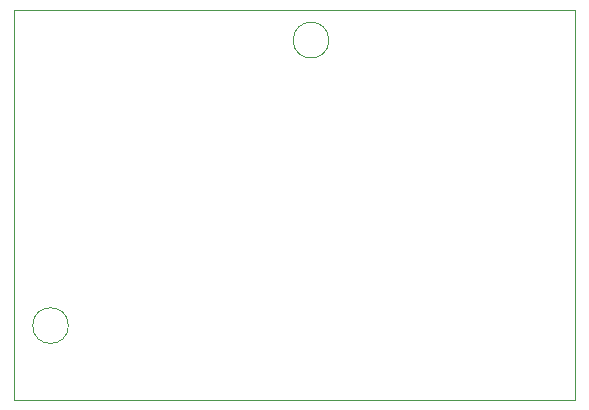
<source format=gbr>
G04 #@! TF.GenerationSoftware,KiCad,Pcbnew,(6.0.0-rc1-dev-1027-g90233e5ec)*
G04 #@! TF.CreationDate,2018-11-05T19:20:43+01:00*
G04 #@! TF.ProjectId,eBoard_remote_reciever,65426F6172645F72656D6F74655F7265,rev?*
G04 #@! TF.SameCoordinates,Original*
G04 #@! TF.FileFunction,Profile,NP*
%FSLAX46Y46*%
G04 Gerber Fmt 4.6, Leading zero omitted, Abs format (unit mm)*
G04 Created by KiCad (PCBNEW (6.0.0-rc1-dev-1027-g90233e5ec)) date 05.11.2018 19.20.43*
%MOMM*%
%LPD*%
G01*
G04 APERTURE LIST*
%ADD10C,0.050000*%
G04 APERTURE END LIST*
D10*
X154447240Y-121935240D02*
G75*
G03X154447240Y-121935240I-1514053J0D01*
G01*
X132389275Y-146105880D02*
G75*
G03X132389275Y-146105880I-1513235J0D01*
G01*
X127812800Y-119380000D02*
X132080000Y-119380000D01*
X127812800Y-152031700D02*
X127812800Y-119380000D01*
X127812800Y-152400000D02*
X127812800Y-152044400D01*
X132080000Y-152400000D02*
X127812800Y-152400000D01*
X175260000Y-119380000D02*
X175260000Y-152400000D01*
X132080000Y-119380000D02*
X175260000Y-119380000D01*
X175260000Y-152400000D02*
X132080000Y-152400000D01*
M02*

</source>
